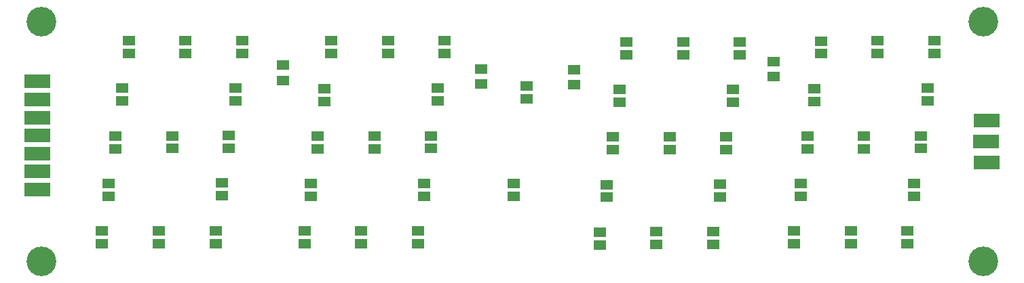
<source format=gbs>
G04 Layer_Color=16711935*
%FSLAX42Y42*%
%MOMM*%
G71*
G01*
G75*
%ADD22C,3.70*%
%ADD23R,1.60X1.25*%
%ADD24R,1.55X1.15*%
%ADD25R,3.20X1.70*%
D22*
X300Y300D02*
D03*
Y3300D02*
D03*
X12050Y300D02*
D03*
Y3300D02*
D03*
D23*
X9434Y2612D02*
D03*
Y2802D02*
D03*
X6945Y2508D02*
D03*
Y2698D02*
D03*
X5785Y2709D02*
D03*
Y2519D02*
D03*
X3317Y2753D02*
D03*
Y2563D02*
D03*
D24*
X1393Y3059D02*
D03*
Y2899D02*
D03*
X1310Y2465D02*
D03*
Y2305D02*
D03*
X1226Y1871D02*
D03*
Y1711D02*
D03*
X1143Y1276D02*
D03*
Y1116D02*
D03*
X1059Y682D02*
D03*
Y522D02*
D03*
X1766Y524D02*
D03*
Y684D02*
D03*
X2474Y525D02*
D03*
Y685D02*
D03*
X2557Y1280D02*
D03*
Y1120D02*
D03*
X2641Y1874D02*
D03*
Y1714D02*
D03*
X1933Y1712D02*
D03*
Y1872D02*
D03*
X2100Y2901D02*
D03*
Y3061D02*
D03*
X2808Y3062D02*
D03*
Y2902D02*
D03*
X2724Y2468D02*
D03*
Y2308D02*
D03*
X3918Y3058D02*
D03*
Y2898D02*
D03*
X3834Y2463D02*
D03*
Y2303D02*
D03*
X3751Y1869D02*
D03*
Y1709D02*
D03*
X3667Y1275D02*
D03*
Y1115D02*
D03*
X3584Y681D02*
D03*
Y521D02*
D03*
X4291Y523D02*
D03*
Y683D02*
D03*
X4998Y524D02*
D03*
Y684D02*
D03*
X5081Y1278D02*
D03*
Y1118D02*
D03*
X5165Y1872D02*
D03*
Y1712D02*
D03*
X4458Y1711D02*
D03*
Y1871D02*
D03*
X4625Y2899D02*
D03*
Y3059D02*
D03*
X5332Y3061D02*
D03*
Y2901D02*
D03*
X5248Y2467D02*
D03*
Y2307D02*
D03*
X6352Y2493D02*
D03*
Y2333D02*
D03*
X6192Y1114D02*
D03*
Y1274D02*
D03*
X7602Y3045D02*
D03*
Y2885D02*
D03*
X7518Y2451D02*
D03*
Y2291D02*
D03*
X7435Y1856D02*
D03*
Y1696D02*
D03*
X7351Y1262D02*
D03*
Y1102D02*
D03*
X7268Y668D02*
D03*
Y508D02*
D03*
X7975Y510D02*
D03*
Y670D02*
D03*
X8682Y511D02*
D03*
Y671D02*
D03*
X8765Y1265D02*
D03*
Y1105D02*
D03*
X8849Y1860D02*
D03*
Y1700D02*
D03*
X8142Y1698D02*
D03*
Y1858D02*
D03*
X8309Y2886D02*
D03*
Y3046D02*
D03*
X9016Y3048D02*
D03*
Y2888D02*
D03*
X8932Y2294D02*
D03*
Y2454D02*
D03*
X10027Y3057D02*
D03*
Y2897D02*
D03*
X9944Y2463D02*
D03*
Y2303D02*
D03*
X9860Y1869D02*
D03*
Y1709D02*
D03*
X9777Y1275D02*
D03*
Y1115D02*
D03*
X9693Y681D02*
D03*
Y521D02*
D03*
X10400Y522D02*
D03*
Y682D02*
D03*
X11107Y524D02*
D03*
Y684D02*
D03*
X11191Y1118D02*
D03*
Y1278D02*
D03*
X11274Y1872D02*
D03*
Y1712D02*
D03*
X10567Y1711D02*
D03*
Y1871D02*
D03*
X10734Y2899D02*
D03*
Y3059D02*
D03*
X11441Y3061D02*
D03*
Y2901D02*
D03*
X11358Y2306D02*
D03*
Y2466D02*
D03*
D25*
X12100Y2060D02*
D03*
Y1540D02*
D03*
X12090Y1800D02*
D03*
X250Y1200D02*
D03*
Y1425D02*
D03*
Y1650D02*
D03*
Y1875D02*
D03*
Y2100D02*
D03*
Y2325D02*
D03*
Y2550D02*
D03*
M02*

</source>
